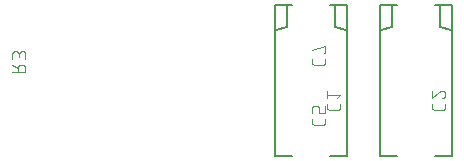
<source format=gbr>
G04 EAGLE Gerber RS-274X export*
G75*
%MOMM*%
%FSLAX34Y34*%
%LPD*%
%INSilkscreen Bottom*%
%IPPOS*%
%AMOC8*
5,1,8,0,0,1.08239X$1,22.5*%
G01*
%ADD10C,0.203200*%
%ADD11C,0.101600*%


D10*
X439400Y483100D02*
X439400Y355100D01*
X453900Y355100D01*
X485900Y355100D02*
X500400Y355100D01*
X500400Y483100D01*
X485900Y483100D01*
X453900Y483100D02*
X439400Y483100D01*
X449900Y482600D02*
X449900Y464100D01*
X440400Y461600D01*
X489900Y464100D02*
X489900Y482600D01*
X489900Y464100D02*
X499400Y461600D01*
D11*
X483108Y399401D02*
X483108Y396804D01*
X483110Y396705D01*
X483116Y396605D01*
X483125Y396506D01*
X483138Y396408D01*
X483155Y396310D01*
X483176Y396212D01*
X483201Y396116D01*
X483229Y396021D01*
X483261Y395927D01*
X483296Y395834D01*
X483335Y395742D01*
X483378Y395652D01*
X483423Y395564D01*
X483473Y395477D01*
X483525Y395393D01*
X483581Y395310D01*
X483639Y395230D01*
X483701Y395152D01*
X483766Y395077D01*
X483834Y395004D01*
X483904Y394934D01*
X483977Y394866D01*
X484052Y394801D01*
X484130Y394739D01*
X484210Y394681D01*
X484293Y394625D01*
X484377Y394573D01*
X484464Y394523D01*
X484552Y394478D01*
X484642Y394435D01*
X484734Y394396D01*
X484827Y394361D01*
X484921Y394329D01*
X485016Y394301D01*
X485112Y394276D01*
X485210Y394255D01*
X485308Y394238D01*
X485406Y394225D01*
X485505Y394216D01*
X485605Y394210D01*
X485704Y394208D01*
X492196Y394208D01*
X492295Y394210D01*
X492395Y394216D01*
X492494Y394225D01*
X492592Y394238D01*
X492690Y394255D01*
X492788Y394276D01*
X492884Y394301D01*
X492979Y394329D01*
X493073Y394361D01*
X493166Y394396D01*
X493258Y394435D01*
X493348Y394478D01*
X493436Y394523D01*
X493523Y394573D01*
X493607Y394625D01*
X493690Y394681D01*
X493770Y394739D01*
X493848Y394801D01*
X493923Y394866D01*
X493996Y394934D01*
X494066Y395004D01*
X494134Y395077D01*
X494199Y395152D01*
X494261Y395230D01*
X494319Y395310D01*
X494375Y395393D01*
X494427Y395477D01*
X494477Y395564D01*
X494522Y395652D01*
X494565Y395742D01*
X494604Y395834D01*
X494639Y395926D01*
X494671Y396021D01*
X494699Y396116D01*
X494724Y396212D01*
X494745Y396310D01*
X494762Y396408D01*
X494775Y396506D01*
X494784Y396605D01*
X494790Y396705D01*
X494792Y396804D01*
X494792Y399401D01*
X492196Y403766D02*
X494792Y407012D01*
X483108Y407012D01*
X483108Y410257D02*
X483108Y403766D01*
D10*
X528300Y355100D02*
X528300Y483100D01*
X528300Y355100D02*
X542800Y355100D01*
X574800Y355100D02*
X589300Y355100D01*
X589300Y483100D01*
X574800Y483100D01*
X542800Y483100D02*
X528300Y483100D01*
X538800Y482600D02*
X538800Y464100D01*
X529300Y461600D01*
X578800Y464100D02*
X578800Y482600D01*
X578800Y464100D02*
X588300Y461600D01*
D11*
X572008Y399401D02*
X572008Y396804D01*
X572010Y396705D01*
X572016Y396605D01*
X572025Y396506D01*
X572038Y396408D01*
X572055Y396310D01*
X572076Y396212D01*
X572101Y396116D01*
X572129Y396021D01*
X572161Y395927D01*
X572196Y395834D01*
X572235Y395742D01*
X572278Y395652D01*
X572323Y395564D01*
X572373Y395477D01*
X572425Y395393D01*
X572481Y395310D01*
X572539Y395230D01*
X572601Y395152D01*
X572666Y395077D01*
X572734Y395004D01*
X572804Y394934D01*
X572877Y394866D01*
X572952Y394801D01*
X573030Y394739D01*
X573110Y394681D01*
X573193Y394625D01*
X573277Y394573D01*
X573364Y394523D01*
X573452Y394478D01*
X573542Y394435D01*
X573634Y394396D01*
X573727Y394361D01*
X573821Y394329D01*
X573916Y394301D01*
X574012Y394276D01*
X574110Y394255D01*
X574208Y394238D01*
X574306Y394225D01*
X574405Y394216D01*
X574505Y394210D01*
X574604Y394208D01*
X581096Y394208D01*
X581195Y394210D01*
X581295Y394216D01*
X581394Y394225D01*
X581492Y394238D01*
X581590Y394255D01*
X581688Y394276D01*
X581784Y394301D01*
X581879Y394329D01*
X581973Y394361D01*
X582066Y394396D01*
X582158Y394435D01*
X582248Y394478D01*
X582336Y394523D01*
X582423Y394573D01*
X582507Y394625D01*
X582590Y394681D01*
X582670Y394739D01*
X582748Y394801D01*
X582823Y394866D01*
X582896Y394934D01*
X582966Y395004D01*
X583034Y395077D01*
X583099Y395152D01*
X583161Y395230D01*
X583219Y395310D01*
X583275Y395393D01*
X583327Y395477D01*
X583377Y395564D01*
X583422Y395652D01*
X583465Y395742D01*
X583504Y395834D01*
X583539Y395926D01*
X583571Y396021D01*
X583599Y396116D01*
X583624Y396212D01*
X583645Y396310D01*
X583662Y396408D01*
X583675Y396506D01*
X583684Y396605D01*
X583690Y396705D01*
X583692Y396804D01*
X583692Y399401D01*
X583692Y407336D02*
X583690Y407443D01*
X583684Y407549D01*
X583674Y407655D01*
X583661Y407761D01*
X583643Y407867D01*
X583622Y407971D01*
X583597Y408075D01*
X583568Y408178D01*
X583536Y408279D01*
X583499Y408379D01*
X583459Y408478D01*
X583416Y408576D01*
X583369Y408672D01*
X583318Y408766D01*
X583264Y408858D01*
X583207Y408948D01*
X583147Y409036D01*
X583083Y409121D01*
X583016Y409204D01*
X582946Y409285D01*
X582874Y409363D01*
X582798Y409439D01*
X582720Y409511D01*
X582639Y409581D01*
X582556Y409648D01*
X582471Y409712D01*
X582383Y409772D01*
X582293Y409829D01*
X582201Y409883D01*
X582107Y409934D01*
X582011Y409981D01*
X581913Y410024D01*
X581814Y410064D01*
X581714Y410101D01*
X581613Y410133D01*
X581510Y410162D01*
X581406Y410187D01*
X581302Y410208D01*
X581196Y410226D01*
X581090Y410239D01*
X580984Y410249D01*
X580878Y410255D01*
X580771Y410257D01*
X583692Y407336D02*
X583690Y407215D01*
X583684Y407094D01*
X583674Y406974D01*
X583661Y406853D01*
X583643Y406734D01*
X583622Y406614D01*
X583597Y406496D01*
X583568Y406379D01*
X583535Y406262D01*
X583499Y406147D01*
X583458Y406033D01*
X583415Y405920D01*
X583367Y405808D01*
X583316Y405699D01*
X583261Y405591D01*
X583203Y405484D01*
X583142Y405380D01*
X583077Y405278D01*
X583009Y405178D01*
X582938Y405080D01*
X582864Y404984D01*
X582787Y404891D01*
X582706Y404801D01*
X582623Y404713D01*
X582537Y404628D01*
X582448Y404545D01*
X582357Y404466D01*
X582263Y404389D01*
X582167Y404316D01*
X582069Y404246D01*
X581968Y404179D01*
X581865Y404115D01*
X581760Y404055D01*
X581653Y403998D01*
X581545Y403944D01*
X581435Y403894D01*
X581323Y403848D01*
X581210Y403805D01*
X581095Y403766D01*
X578499Y409284D02*
X578576Y409363D01*
X578657Y409439D01*
X578740Y409512D01*
X578825Y409582D01*
X578913Y409649D01*
X579003Y409713D01*
X579095Y409773D01*
X579190Y409830D01*
X579286Y409884D01*
X579384Y409935D01*
X579484Y409982D01*
X579586Y410026D01*
X579689Y410066D01*
X579793Y410102D01*
X579899Y410134D01*
X580005Y410163D01*
X580113Y410188D01*
X580221Y410210D01*
X580331Y410227D01*
X580440Y410241D01*
X580550Y410250D01*
X580661Y410256D01*
X580771Y410258D01*
X578499Y409284D02*
X572008Y403766D01*
X572008Y410257D01*
X470408Y386701D02*
X470408Y384104D01*
X470410Y384005D01*
X470416Y383905D01*
X470425Y383806D01*
X470438Y383708D01*
X470455Y383610D01*
X470476Y383512D01*
X470501Y383416D01*
X470529Y383321D01*
X470561Y383227D01*
X470596Y383134D01*
X470635Y383042D01*
X470678Y382952D01*
X470723Y382864D01*
X470773Y382777D01*
X470825Y382693D01*
X470881Y382610D01*
X470939Y382530D01*
X471001Y382452D01*
X471066Y382377D01*
X471134Y382304D01*
X471204Y382234D01*
X471277Y382166D01*
X471352Y382101D01*
X471430Y382039D01*
X471510Y381981D01*
X471593Y381925D01*
X471677Y381873D01*
X471764Y381823D01*
X471852Y381778D01*
X471942Y381735D01*
X472034Y381696D01*
X472127Y381661D01*
X472221Y381629D01*
X472316Y381601D01*
X472412Y381576D01*
X472510Y381555D01*
X472608Y381538D01*
X472706Y381525D01*
X472805Y381516D01*
X472905Y381510D01*
X473004Y381508D01*
X479496Y381508D01*
X479595Y381510D01*
X479695Y381516D01*
X479794Y381525D01*
X479892Y381538D01*
X479990Y381555D01*
X480088Y381576D01*
X480184Y381601D01*
X480279Y381629D01*
X480373Y381661D01*
X480466Y381696D01*
X480558Y381735D01*
X480648Y381778D01*
X480736Y381823D01*
X480823Y381873D01*
X480907Y381925D01*
X480990Y381981D01*
X481070Y382039D01*
X481148Y382101D01*
X481223Y382166D01*
X481296Y382234D01*
X481366Y382304D01*
X481434Y382377D01*
X481499Y382452D01*
X481561Y382530D01*
X481619Y382610D01*
X481675Y382693D01*
X481727Y382777D01*
X481777Y382864D01*
X481822Y382952D01*
X481865Y383042D01*
X481904Y383134D01*
X481939Y383226D01*
X481971Y383321D01*
X481999Y383416D01*
X482024Y383512D01*
X482045Y383610D01*
X482062Y383708D01*
X482075Y383806D01*
X482084Y383905D01*
X482090Y384005D01*
X482092Y384104D01*
X482092Y386701D01*
X470408Y391066D02*
X470408Y394961D01*
X470410Y395060D01*
X470416Y395160D01*
X470425Y395259D01*
X470438Y395357D01*
X470455Y395455D01*
X470476Y395553D01*
X470501Y395649D01*
X470529Y395744D01*
X470561Y395838D01*
X470596Y395931D01*
X470635Y396023D01*
X470678Y396113D01*
X470723Y396201D01*
X470773Y396288D01*
X470825Y396372D01*
X470881Y396455D01*
X470939Y396535D01*
X471001Y396613D01*
X471066Y396688D01*
X471134Y396761D01*
X471204Y396831D01*
X471277Y396899D01*
X471352Y396964D01*
X471430Y397026D01*
X471510Y397084D01*
X471593Y397140D01*
X471677Y397192D01*
X471764Y397242D01*
X471852Y397287D01*
X471942Y397330D01*
X472034Y397369D01*
X472127Y397404D01*
X472221Y397436D01*
X472316Y397464D01*
X472412Y397489D01*
X472510Y397510D01*
X472608Y397527D01*
X472706Y397540D01*
X472805Y397549D01*
X472905Y397555D01*
X473004Y397557D01*
X474303Y397557D01*
X474402Y397555D01*
X474502Y397549D01*
X474601Y397540D01*
X474699Y397527D01*
X474797Y397510D01*
X474895Y397489D01*
X474991Y397464D01*
X475086Y397436D01*
X475180Y397404D01*
X475273Y397369D01*
X475365Y397330D01*
X475455Y397287D01*
X475543Y397242D01*
X475630Y397192D01*
X475714Y397140D01*
X475797Y397084D01*
X475877Y397026D01*
X475955Y396964D01*
X476030Y396899D01*
X476103Y396831D01*
X476173Y396761D01*
X476241Y396688D01*
X476306Y396613D01*
X476368Y396535D01*
X476426Y396455D01*
X476482Y396372D01*
X476534Y396288D01*
X476584Y396201D01*
X476629Y396113D01*
X476672Y396023D01*
X476711Y395931D01*
X476746Y395838D01*
X476778Y395744D01*
X476806Y395649D01*
X476831Y395553D01*
X476852Y395455D01*
X476869Y395357D01*
X476882Y395259D01*
X476891Y395160D01*
X476897Y395060D01*
X476899Y394961D01*
X476899Y391066D01*
X482092Y391066D01*
X482092Y397557D01*
X470408Y434904D02*
X470408Y437501D01*
X470408Y434904D02*
X470410Y434805D01*
X470416Y434705D01*
X470425Y434606D01*
X470438Y434508D01*
X470455Y434410D01*
X470476Y434312D01*
X470501Y434216D01*
X470529Y434121D01*
X470561Y434027D01*
X470596Y433934D01*
X470635Y433842D01*
X470678Y433752D01*
X470723Y433664D01*
X470773Y433577D01*
X470825Y433493D01*
X470881Y433410D01*
X470939Y433330D01*
X471001Y433252D01*
X471066Y433177D01*
X471134Y433104D01*
X471204Y433034D01*
X471277Y432966D01*
X471352Y432901D01*
X471430Y432839D01*
X471510Y432781D01*
X471593Y432725D01*
X471677Y432673D01*
X471764Y432623D01*
X471852Y432578D01*
X471942Y432535D01*
X472034Y432496D01*
X472127Y432461D01*
X472221Y432429D01*
X472316Y432401D01*
X472412Y432376D01*
X472510Y432355D01*
X472608Y432338D01*
X472706Y432325D01*
X472805Y432316D01*
X472905Y432310D01*
X473004Y432308D01*
X479496Y432308D01*
X479595Y432310D01*
X479695Y432316D01*
X479794Y432325D01*
X479892Y432338D01*
X479990Y432355D01*
X480088Y432376D01*
X480184Y432401D01*
X480279Y432429D01*
X480373Y432461D01*
X480466Y432496D01*
X480558Y432535D01*
X480648Y432578D01*
X480736Y432623D01*
X480823Y432673D01*
X480907Y432725D01*
X480990Y432781D01*
X481070Y432839D01*
X481148Y432901D01*
X481223Y432966D01*
X481296Y433034D01*
X481366Y433104D01*
X481434Y433177D01*
X481499Y433252D01*
X481561Y433330D01*
X481619Y433410D01*
X481675Y433493D01*
X481727Y433577D01*
X481777Y433664D01*
X481822Y433752D01*
X481865Y433842D01*
X481904Y433934D01*
X481939Y434026D01*
X481971Y434121D01*
X481999Y434216D01*
X482024Y434312D01*
X482045Y434410D01*
X482062Y434508D01*
X482075Y434606D01*
X482084Y434705D01*
X482090Y434805D01*
X482092Y434904D01*
X482092Y437501D01*
X482092Y441866D02*
X480794Y441866D01*
X482092Y441866D02*
X482092Y448357D01*
X470408Y445112D01*
X228092Y425958D02*
X216408Y425958D01*
X228092Y425958D02*
X228092Y429204D01*
X228090Y429317D01*
X228084Y429430D01*
X228074Y429543D01*
X228060Y429656D01*
X228043Y429768D01*
X228021Y429879D01*
X227996Y429989D01*
X227966Y430099D01*
X227933Y430207D01*
X227896Y430314D01*
X227856Y430420D01*
X227811Y430524D01*
X227763Y430627D01*
X227712Y430728D01*
X227657Y430827D01*
X227599Y430924D01*
X227537Y431019D01*
X227472Y431112D01*
X227404Y431202D01*
X227333Y431290D01*
X227258Y431376D01*
X227181Y431459D01*
X227101Y431539D01*
X227018Y431616D01*
X226932Y431691D01*
X226844Y431762D01*
X226754Y431830D01*
X226661Y431895D01*
X226566Y431957D01*
X226469Y432015D01*
X226370Y432070D01*
X226269Y432121D01*
X226166Y432169D01*
X226062Y432214D01*
X225956Y432254D01*
X225849Y432291D01*
X225741Y432324D01*
X225631Y432354D01*
X225521Y432379D01*
X225410Y432401D01*
X225298Y432418D01*
X225185Y432432D01*
X225072Y432442D01*
X224959Y432448D01*
X224846Y432450D01*
X224733Y432448D01*
X224620Y432442D01*
X224507Y432432D01*
X224394Y432418D01*
X224282Y432401D01*
X224171Y432379D01*
X224061Y432354D01*
X223951Y432324D01*
X223843Y432291D01*
X223736Y432254D01*
X223630Y432214D01*
X223526Y432169D01*
X223423Y432121D01*
X223322Y432070D01*
X223223Y432015D01*
X223126Y431957D01*
X223031Y431895D01*
X222938Y431830D01*
X222848Y431762D01*
X222760Y431691D01*
X222674Y431616D01*
X222591Y431539D01*
X222511Y431459D01*
X222434Y431376D01*
X222359Y431290D01*
X222288Y431202D01*
X222220Y431112D01*
X222155Y431019D01*
X222093Y430924D01*
X222035Y430827D01*
X221980Y430728D01*
X221929Y430627D01*
X221881Y430524D01*
X221836Y430420D01*
X221796Y430314D01*
X221759Y430207D01*
X221726Y430099D01*
X221696Y429989D01*
X221671Y429879D01*
X221649Y429768D01*
X221632Y429656D01*
X221618Y429543D01*
X221608Y429430D01*
X221602Y429317D01*
X221600Y429204D01*
X221601Y429204D02*
X221601Y425958D01*
X221601Y429853D02*
X216408Y432449D01*
X216408Y437314D02*
X216408Y440560D01*
X216410Y440673D01*
X216416Y440786D01*
X216426Y440899D01*
X216440Y441012D01*
X216457Y441124D01*
X216479Y441235D01*
X216504Y441345D01*
X216534Y441455D01*
X216567Y441563D01*
X216604Y441670D01*
X216644Y441776D01*
X216689Y441880D01*
X216737Y441983D01*
X216788Y442084D01*
X216843Y442183D01*
X216901Y442280D01*
X216963Y442375D01*
X217028Y442468D01*
X217096Y442558D01*
X217167Y442646D01*
X217242Y442732D01*
X217319Y442815D01*
X217399Y442895D01*
X217482Y442972D01*
X217568Y443047D01*
X217656Y443118D01*
X217746Y443186D01*
X217839Y443251D01*
X217934Y443313D01*
X218031Y443371D01*
X218130Y443426D01*
X218231Y443477D01*
X218334Y443525D01*
X218438Y443570D01*
X218544Y443610D01*
X218651Y443647D01*
X218759Y443680D01*
X218869Y443710D01*
X218979Y443735D01*
X219090Y443757D01*
X219202Y443774D01*
X219315Y443788D01*
X219428Y443798D01*
X219541Y443804D01*
X219654Y443806D01*
X219767Y443804D01*
X219880Y443798D01*
X219993Y443788D01*
X220106Y443774D01*
X220218Y443757D01*
X220329Y443735D01*
X220439Y443710D01*
X220549Y443680D01*
X220657Y443647D01*
X220764Y443610D01*
X220870Y443570D01*
X220974Y443525D01*
X221077Y443477D01*
X221178Y443426D01*
X221277Y443371D01*
X221374Y443313D01*
X221469Y443251D01*
X221562Y443186D01*
X221652Y443118D01*
X221740Y443047D01*
X221826Y442972D01*
X221909Y442895D01*
X221989Y442815D01*
X222066Y442732D01*
X222141Y442646D01*
X222212Y442558D01*
X222280Y442468D01*
X222345Y442375D01*
X222407Y442280D01*
X222465Y442183D01*
X222520Y442084D01*
X222571Y441983D01*
X222619Y441880D01*
X222664Y441776D01*
X222704Y441670D01*
X222741Y441563D01*
X222774Y441455D01*
X222804Y441345D01*
X222829Y441235D01*
X222851Y441124D01*
X222868Y441012D01*
X222882Y440899D01*
X222892Y440786D01*
X222898Y440673D01*
X222900Y440560D01*
X228092Y441209D02*
X228092Y437314D01*
X228092Y441209D02*
X228090Y441310D01*
X228084Y441410D01*
X228074Y441510D01*
X228061Y441610D01*
X228043Y441709D01*
X228022Y441808D01*
X227997Y441905D01*
X227968Y442002D01*
X227935Y442097D01*
X227899Y442191D01*
X227859Y442283D01*
X227816Y442374D01*
X227769Y442463D01*
X227719Y442550D01*
X227665Y442636D01*
X227608Y442719D01*
X227548Y442799D01*
X227485Y442878D01*
X227418Y442954D01*
X227349Y443027D01*
X227277Y443097D01*
X227203Y443165D01*
X227126Y443230D01*
X227046Y443291D01*
X226964Y443350D01*
X226880Y443405D01*
X226794Y443457D01*
X226706Y443506D01*
X226616Y443551D01*
X226524Y443593D01*
X226431Y443631D01*
X226336Y443665D01*
X226241Y443696D01*
X226144Y443723D01*
X226046Y443746D01*
X225947Y443766D01*
X225847Y443781D01*
X225747Y443793D01*
X225647Y443801D01*
X225546Y443805D01*
X225446Y443805D01*
X225345Y443801D01*
X225245Y443793D01*
X225145Y443781D01*
X225045Y443766D01*
X224946Y443746D01*
X224848Y443723D01*
X224751Y443696D01*
X224656Y443665D01*
X224561Y443631D01*
X224468Y443593D01*
X224376Y443551D01*
X224286Y443506D01*
X224198Y443457D01*
X224112Y443405D01*
X224028Y443350D01*
X223946Y443291D01*
X223866Y443230D01*
X223789Y443165D01*
X223715Y443097D01*
X223643Y443027D01*
X223574Y442954D01*
X223507Y442878D01*
X223444Y442799D01*
X223384Y442719D01*
X223327Y442636D01*
X223273Y442550D01*
X223223Y442463D01*
X223176Y442374D01*
X223133Y442283D01*
X223093Y442191D01*
X223057Y442097D01*
X223024Y442002D01*
X222995Y441905D01*
X222970Y441808D01*
X222949Y441709D01*
X222931Y441610D01*
X222918Y441510D01*
X222908Y441410D01*
X222902Y441310D01*
X222900Y441209D01*
X222899Y441209D02*
X222899Y438613D01*
M02*

</source>
